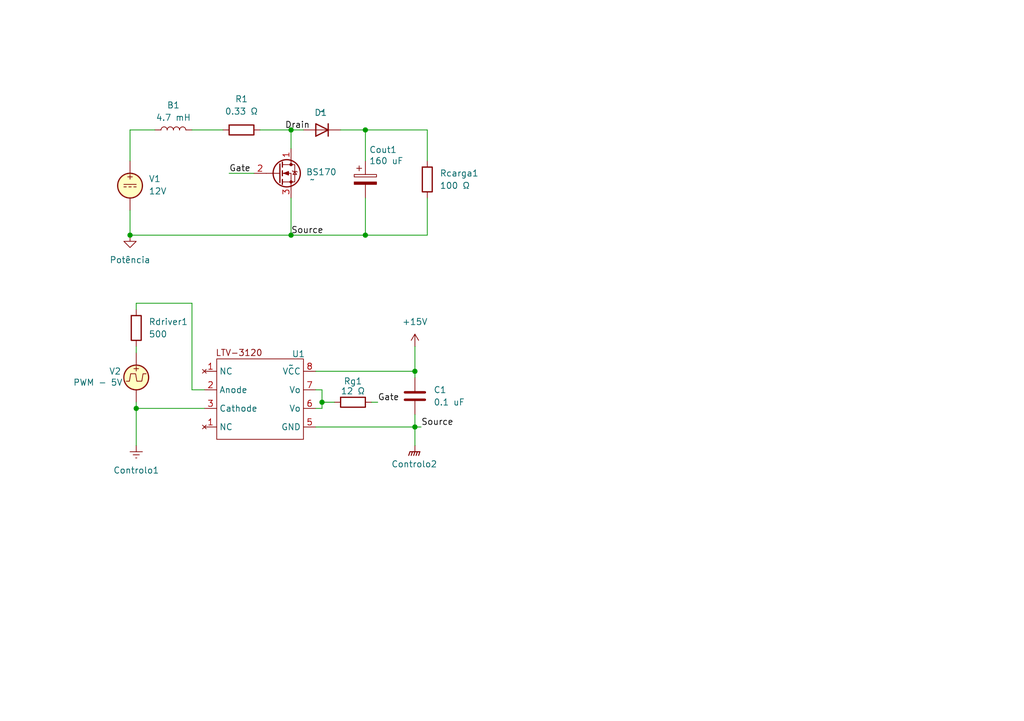
<source format=kicad_sch>
(kicad_sch
	(version 20250114)
	(generator "eeschema")
	(generator_version "9.0")
	(uuid "349af88b-a041-4cbe-a2d3-750dbaa7e97a")
	(paper "A5")
	(lib_symbols
		(symbol "Device:C"
			(pin_numbers
				(hide yes)
			)
			(pin_names
				(offset 0.254)
			)
			(exclude_from_sim no)
			(in_bom yes)
			(on_board yes)
			(property "Reference" "C"
				(at 0.635 2.54 0)
				(effects
					(font
						(size 1.27 1.27)
					)
					(justify left)
				)
			)
			(property "Value" "C"
				(at 0.635 -2.54 0)
				(effects
					(font
						(size 1.27 1.27)
					)
					(justify left)
				)
			)
			(property "Footprint" ""
				(at 0.9652 -3.81 0)
				(effects
					(font
						(size 1.27 1.27)
					)
					(hide yes)
				)
			)
			(property "Datasheet" "~"
				(at 0 0 0)
				(effects
					(font
						(size 1.27 1.27)
					)
					(hide yes)
				)
			)
			(property "Description" "Unpolarized capacitor"
				(at 0 0 0)
				(effects
					(font
						(size 1.27 1.27)
					)
					(hide yes)
				)
			)
			(property "ki_keywords" "cap capacitor"
				(at 0 0 0)
				(effects
					(font
						(size 1.27 1.27)
					)
					(hide yes)
				)
			)
			(property "ki_fp_filters" "C_*"
				(at 0 0 0)
				(effects
					(font
						(size 1.27 1.27)
					)
					(hide yes)
				)
			)
			(symbol "C_0_1"
				(polyline
					(pts
						(xy -2.032 0.762) (xy 2.032 0.762)
					)
					(stroke
						(width 0.508)
						(type default)
					)
					(fill
						(type none)
					)
				)
				(polyline
					(pts
						(xy -2.032 -0.762) (xy 2.032 -0.762)
					)
					(stroke
						(width 0.508)
						(type default)
					)
					(fill
						(type none)
					)
				)
			)
			(symbol "C_1_1"
				(pin passive line
					(at 0 3.81 270)
					(length 2.794)
					(name "~"
						(effects
							(font
								(size 1.27 1.27)
							)
						)
					)
					(number "1"
						(effects
							(font
								(size 1.27 1.27)
							)
						)
					)
				)
				(pin passive line
					(at 0 -3.81 90)
					(length 2.794)
					(name "~"
						(effects
							(font
								(size 1.27 1.27)
							)
						)
					)
					(number "2"
						(effects
							(font
								(size 1.27 1.27)
							)
						)
					)
				)
			)
			(embedded_fonts no)
		)
		(symbol "Device:C_Polarized"
			(pin_numbers
				(hide yes)
			)
			(pin_names
				(offset 0.254)
			)
			(exclude_from_sim no)
			(in_bom yes)
			(on_board yes)
			(property "Reference" "C"
				(at 0.635 2.54 0)
				(effects
					(font
						(size 1.27 1.27)
					)
					(justify left)
				)
			)
			(property "Value" "C_Polarized"
				(at 0.635 -2.54 0)
				(effects
					(font
						(size 1.27 1.27)
					)
					(justify left)
				)
			)
			(property "Footprint" ""
				(at 0.9652 -3.81 0)
				(effects
					(font
						(size 1.27 1.27)
					)
					(hide yes)
				)
			)
			(property "Datasheet" "~"
				(at 0 0 0)
				(effects
					(font
						(size 1.27 1.27)
					)
					(hide yes)
				)
			)
			(property "Description" "Polarized capacitor"
				(at 0 0 0)
				(effects
					(font
						(size 1.27 1.27)
					)
					(hide yes)
				)
			)
			(property "ki_keywords" "cap capacitor"
				(at 0 0 0)
				(effects
					(font
						(size 1.27 1.27)
					)
					(hide yes)
				)
			)
			(property "ki_fp_filters" "CP_*"
				(at 0 0 0)
				(effects
					(font
						(size 1.27 1.27)
					)
					(hide yes)
				)
			)
			(symbol "C_Polarized_0_1"
				(rectangle
					(start -2.286 0.508)
					(end 2.286 1.016)
					(stroke
						(width 0)
						(type default)
					)
					(fill
						(type none)
					)
				)
				(polyline
					(pts
						(xy -1.778 2.286) (xy -0.762 2.286)
					)
					(stroke
						(width 0)
						(type default)
					)
					(fill
						(type none)
					)
				)
				(polyline
					(pts
						(xy -1.27 2.794) (xy -1.27 1.778)
					)
					(stroke
						(width 0)
						(type default)
					)
					(fill
						(type none)
					)
				)
				(rectangle
					(start 2.286 -0.508)
					(end -2.286 -1.016)
					(stroke
						(width 0)
						(type default)
					)
					(fill
						(type outline)
					)
				)
			)
			(symbol "C_Polarized_1_1"
				(pin passive line
					(at 0 3.81 270)
					(length 2.794)
					(name "~"
						(effects
							(font
								(size 1.27 1.27)
							)
						)
					)
					(number "1"
						(effects
							(font
								(size 1.27 1.27)
							)
						)
					)
				)
				(pin passive line
					(at 0 -3.81 90)
					(length 2.794)
					(name "~"
						(effects
							(font
								(size 1.27 1.27)
							)
						)
					)
					(number "2"
						(effects
							(font
								(size 1.27 1.27)
							)
						)
					)
				)
			)
			(embedded_fonts no)
		)
		(symbol "Device:D"
			(pin_numbers
				(hide yes)
			)
			(pin_names
				(offset 1.016)
				(hide yes)
			)
			(exclude_from_sim no)
			(in_bom yes)
			(on_board yes)
			(property "Reference" "D"
				(at 0 2.54 0)
				(effects
					(font
						(size 1.27 1.27)
					)
				)
			)
			(property "Value" "D"
				(at 0 -2.54 0)
				(effects
					(font
						(size 1.27 1.27)
					)
				)
			)
			(property "Footprint" ""
				(at 0 0 0)
				(effects
					(font
						(size 1.27 1.27)
					)
					(hide yes)
				)
			)
			(property "Datasheet" "~"
				(at 0 0 0)
				(effects
					(font
						(size 1.27 1.27)
					)
					(hide yes)
				)
			)
			(property "Description" "Diode"
				(at 0 0 0)
				(effects
					(font
						(size 1.27 1.27)
					)
					(hide yes)
				)
			)
			(property "Sim.Device" "D"
				(at 0 0 0)
				(effects
					(font
						(size 1.27 1.27)
					)
					(hide yes)
				)
			)
			(property "Sim.Pins" "1=K 2=A"
				(at 0 0 0)
				(effects
					(font
						(size 1.27 1.27)
					)
					(hide yes)
				)
			)
			(property "ki_keywords" "diode"
				(at 0 0 0)
				(effects
					(font
						(size 1.27 1.27)
					)
					(hide yes)
				)
			)
			(property "ki_fp_filters" "TO-???* *_Diode_* *SingleDiode* D_*"
				(at 0 0 0)
				(effects
					(font
						(size 1.27 1.27)
					)
					(hide yes)
				)
			)
			(symbol "D_0_1"
				(polyline
					(pts
						(xy -1.27 1.27) (xy -1.27 -1.27)
					)
					(stroke
						(width 0.254)
						(type default)
					)
					(fill
						(type none)
					)
				)
				(polyline
					(pts
						(xy 1.27 1.27) (xy 1.27 -1.27) (xy -1.27 0) (xy 1.27 1.27)
					)
					(stroke
						(width 0.254)
						(type default)
					)
					(fill
						(type none)
					)
				)
				(polyline
					(pts
						(xy 1.27 0) (xy -1.27 0)
					)
					(stroke
						(width 0)
						(type default)
					)
					(fill
						(type none)
					)
				)
			)
			(symbol "D_1_1"
				(pin passive line
					(at -3.81 0 0)
					(length 2.54)
					(name "K"
						(effects
							(font
								(size 1.27 1.27)
							)
						)
					)
					(number "1"
						(effects
							(font
								(size 1.27 1.27)
							)
						)
					)
				)
				(pin passive line
					(at 3.81 0 180)
					(length 2.54)
					(name "A"
						(effects
							(font
								(size 1.27 1.27)
							)
						)
					)
					(number "2"
						(effects
							(font
								(size 1.27 1.27)
							)
						)
					)
				)
			)
			(embedded_fonts no)
		)
		(symbol "Device:L"
			(pin_numbers
				(hide yes)
			)
			(pin_names
				(offset 1.016)
				(hide yes)
			)
			(exclude_from_sim no)
			(in_bom yes)
			(on_board yes)
			(property "Reference" "L"
				(at -1.27 0 90)
				(effects
					(font
						(size 1.27 1.27)
					)
				)
			)
			(property "Value" "L"
				(at 1.905 0 90)
				(effects
					(font
						(size 1.27 1.27)
					)
				)
			)
			(property "Footprint" ""
				(at 0 0 0)
				(effects
					(font
						(size 1.27 1.27)
					)
					(hide yes)
				)
			)
			(property "Datasheet" "~"
				(at 0 0 0)
				(effects
					(font
						(size 1.27 1.27)
					)
					(hide yes)
				)
			)
			(property "Description" "Inductor"
				(at 0 0 0)
				(effects
					(font
						(size 1.27 1.27)
					)
					(hide yes)
				)
			)
			(property "ki_keywords" "inductor choke coil reactor magnetic"
				(at 0 0 0)
				(effects
					(font
						(size 1.27 1.27)
					)
					(hide yes)
				)
			)
			(property "ki_fp_filters" "Choke_* *Coil* Inductor_* L_*"
				(at 0 0 0)
				(effects
					(font
						(size 1.27 1.27)
					)
					(hide yes)
				)
			)
			(symbol "L_0_1"
				(arc
					(start 0 2.54)
					(mid 0.6323 1.905)
					(end 0 1.27)
					(stroke
						(width 0)
						(type default)
					)
					(fill
						(type none)
					)
				)
				(arc
					(start 0 1.27)
					(mid 0.6323 0.635)
					(end 0 0)
					(stroke
						(width 0)
						(type default)
					)
					(fill
						(type none)
					)
				)
				(arc
					(start 0 0)
					(mid 0.6323 -0.635)
					(end 0 -1.27)
					(stroke
						(width 0)
						(type default)
					)
					(fill
						(type none)
					)
				)
				(arc
					(start 0 -1.27)
					(mid 0.6323 -1.905)
					(end 0 -2.54)
					(stroke
						(width 0)
						(type default)
					)
					(fill
						(type none)
					)
				)
			)
			(symbol "L_1_1"
				(pin passive line
					(at 0 3.81 270)
					(length 1.27)
					(name "1"
						(effects
							(font
								(size 1.27 1.27)
							)
						)
					)
					(number "1"
						(effects
							(font
								(size 1.27 1.27)
							)
						)
					)
				)
				(pin passive line
					(at 0 -3.81 90)
					(length 1.27)
					(name "2"
						(effects
							(font
								(size 1.27 1.27)
							)
						)
					)
					(number "2"
						(effects
							(font
								(size 1.27 1.27)
							)
						)
					)
				)
			)
			(embedded_fonts no)
		)
		(symbol "Device:R"
			(pin_numbers
				(hide yes)
			)
			(pin_names
				(offset 0)
			)
			(exclude_from_sim no)
			(in_bom yes)
			(on_board yes)
			(property "Reference" "R"
				(at 2.032 0 90)
				(effects
					(font
						(size 1.27 1.27)
					)
				)
			)
			(property "Value" "R"
				(at 0 0 90)
				(effects
					(font
						(size 1.27 1.27)
					)
				)
			)
			(property "Footprint" ""
				(at -1.778 0 90)
				(effects
					(font
						(size 1.27 1.27)
					)
					(hide yes)
				)
			)
			(property "Datasheet" "~"
				(at 0 0 0)
				(effects
					(font
						(size 1.27 1.27)
					)
					(hide yes)
				)
			)
			(property "Description" "Resistor"
				(at 0 0 0)
				(effects
					(font
						(size 1.27 1.27)
					)
					(hide yes)
				)
			)
			(property "ki_keywords" "R res resistor"
				(at 0 0 0)
				(effects
					(font
						(size 1.27 1.27)
					)
					(hide yes)
				)
			)
			(property "ki_fp_filters" "R_*"
				(at 0 0 0)
				(effects
					(font
						(size 1.27 1.27)
					)
					(hide yes)
				)
			)
			(symbol "R_0_1"
				(rectangle
					(start -1.016 -2.54)
					(end 1.016 2.54)
					(stroke
						(width 0.254)
						(type default)
					)
					(fill
						(type none)
					)
				)
			)
			(symbol "R_1_1"
				(pin passive line
					(at 0 3.81 270)
					(length 1.27)
					(name "~"
						(effects
							(font
								(size 1.27 1.27)
							)
						)
					)
					(number "1"
						(effects
							(font
								(size 1.27 1.27)
							)
						)
					)
				)
				(pin passive line
					(at 0 -3.81 90)
					(length 1.27)
					(name "~"
						(effects
							(font
								(size 1.27 1.27)
							)
						)
					)
					(number "2"
						(effects
							(font
								(size 1.27 1.27)
							)
						)
					)
				)
			)
			(embedded_fonts no)
		)
		(symbol "Simulation_SPICE:VDC"
			(pin_numbers
				(hide yes)
			)
			(pin_names
				(offset 0.0254)
			)
			(exclude_from_sim no)
			(in_bom yes)
			(on_board yes)
			(property "Reference" "V"
				(at 2.54 2.54 0)
				(effects
					(font
						(size 1.27 1.27)
					)
					(justify left)
				)
			)
			(property "Value" "1"
				(at 2.54 0 0)
				(effects
					(font
						(size 1.27 1.27)
					)
					(justify left)
				)
			)
			(property "Footprint" ""
				(at 0 0 0)
				(effects
					(font
						(size 1.27 1.27)
					)
					(hide yes)
				)
			)
			(property "Datasheet" "https://ngspice.sourceforge.io/docs/ngspice-html-manual/manual.xhtml#sec_Independent_Sources_for"
				(at 0 0 0)
				(effects
					(font
						(size 1.27 1.27)
					)
					(hide yes)
				)
			)
			(property "Description" "Voltage source, DC"
				(at 0 0 0)
				(effects
					(font
						(size 1.27 1.27)
					)
					(hide yes)
				)
			)
			(property "Sim.Pins" "1=+ 2=-"
				(at 0 0 0)
				(effects
					(font
						(size 1.27 1.27)
					)
					(hide yes)
				)
			)
			(property "Sim.Type" "DC"
				(at 0 0 0)
				(effects
					(font
						(size 1.27 1.27)
					)
					(hide yes)
				)
			)
			(property "Sim.Device" "V"
				(at 0 0 0)
				(effects
					(font
						(size 1.27 1.27)
					)
					(justify left)
					(hide yes)
				)
			)
			(property "ki_keywords" "simulation"
				(at 0 0 0)
				(effects
					(font
						(size 1.27 1.27)
					)
					(hide yes)
				)
			)
			(symbol "VDC_0_0"
				(polyline
					(pts
						(xy -1.27 0.254) (xy 1.27 0.254)
					)
					(stroke
						(width 0)
						(type default)
					)
					(fill
						(type none)
					)
				)
				(polyline
					(pts
						(xy -0.762 -0.254) (xy -1.27 -0.254)
					)
					(stroke
						(width 0)
						(type default)
					)
					(fill
						(type none)
					)
				)
				(polyline
					(pts
						(xy 0.254 -0.254) (xy -0.254 -0.254)
					)
					(stroke
						(width 0)
						(type default)
					)
					(fill
						(type none)
					)
				)
				(polyline
					(pts
						(xy 1.27 -0.254) (xy 0.762 -0.254)
					)
					(stroke
						(width 0)
						(type default)
					)
					(fill
						(type none)
					)
				)
				(text "+"
					(at 0 1.905 0)
					(effects
						(font
							(size 1.27 1.27)
						)
					)
				)
			)
			(symbol "VDC_0_1"
				(circle
					(center 0 0)
					(radius 2.54)
					(stroke
						(width 0.254)
						(type default)
					)
					(fill
						(type background)
					)
				)
			)
			(symbol "VDC_1_1"
				(pin passive line
					(at 0 5.08 270)
					(length 2.54)
					(name "~"
						(effects
							(font
								(size 1.27 1.27)
							)
						)
					)
					(number "1"
						(effects
							(font
								(size 1.27 1.27)
							)
						)
					)
				)
				(pin passive line
					(at 0 -5.08 90)
					(length 2.54)
					(name "~"
						(effects
							(font
								(size 1.27 1.27)
							)
						)
					)
					(number "2"
						(effects
							(font
								(size 1.27 1.27)
							)
						)
					)
				)
			)
			(embedded_fonts no)
		)
		(symbol "Simulation_SPICE:VPULSE"
			(pin_numbers
				(hide yes)
			)
			(pin_names
				(offset 0.0254)
			)
			(exclude_from_sim no)
			(in_bom yes)
			(on_board yes)
			(property "Reference" "V"
				(at 2.54 2.54 0)
				(effects
					(font
						(size 1.27 1.27)
					)
					(justify left)
				)
			)
			(property "Value" "VPULSE"
				(at 2.54 0 0)
				(effects
					(font
						(size 1.27 1.27)
					)
					(justify left)
				)
			)
			(property "Footprint" ""
				(at 0 0 0)
				(effects
					(font
						(size 1.27 1.27)
					)
					(hide yes)
				)
			)
			(property "Datasheet" "https://ngspice.sourceforge.io/docs/ngspice-html-manual/manual.xhtml#sec_Independent_Sources_for"
				(at 0 0 0)
				(effects
					(font
						(size 1.27 1.27)
					)
					(hide yes)
				)
			)
			(property "Description" "Voltage source, pulse"
				(at 0 0 0)
				(effects
					(font
						(size 1.27 1.27)
					)
					(hide yes)
				)
			)
			(property "Sim.Pins" "1=+ 2=-"
				(at 0 0 0)
				(effects
					(font
						(size 1.27 1.27)
					)
					(hide yes)
				)
			)
			(property "Sim.Type" "PULSE"
				(at 0 0 0)
				(effects
					(font
						(size 1.27 1.27)
					)
					(hide yes)
				)
			)
			(property "Sim.Device" "V"
				(at 0 0 0)
				(effects
					(font
						(size 1.27 1.27)
					)
					(justify left)
					(hide yes)
				)
			)
			(property "Sim.Params" "y1=0 y2=1 td=2n tr=2n tf=2n tw=50n per=100n"
				(at 2.54 -2.54 0)
				(effects
					(font
						(size 1.27 1.27)
					)
					(justify left)
				)
			)
			(property "ki_keywords" "simulation"
				(at 0 0 0)
				(effects
					(font
						(size 1.27 1.27)
					)
					(hide yes)
				)
			)
			(symbol "VPULSE_0_0"
				(polyline
					(pts
						(xy -2.032 -0.762) (xy -1.397 -0.762) (xy -1.143 0.762) (xy -0.127 0.762) (xy 0.127 -0.762) (xy 1.143 -0.762)
						(xy 1.397 0.762) (xy 2.032 0.762)
					)
					(stroke
						(width 0)
						(type default)
					)
					(fill
						(type none)
					)
				)
				(text "+"
					(at 0 1.905 0)
					(effects
						(font
							(size 1.27 1.27)
						)
					)
				)
			)
			(symbol "VPULSE_0_1"
				(circle
					(center 0 0)
					(radius 2.54)
					(stroke
						(width 0.254)
						(type default)
					)
					(fill
						(type background)
					)
				)
			)
			(symbol "VPULSE_1_1"
				(pin passive line
					(at 0 5.08 270)
					(length 2.54)
					(name "~"
						(effects
							(font
								(size 1.27 1.27)
							)
						)
					)
					(number "1"
						(effects
							(font
								(size 1.27 1.27)
							)
						)
					)
				)
				(pin passive line
					(at 0 -5.08 90)
					(length 2.54)
					(name "~"
						(effects
							(font
								(size 1.27 1.27)
							)
						)
					)
					(number "2"
						(effects
							(font
								(size 1.27 1.27)
							)
						)
					)
				)
			)
			(embedded_fonts no)
		)
		(symbol "Transistor_FET:BS170"
			(pin_names
				(hide yes)
			)
			(exclude_from_sim no)
			(in_bom yes)
			(on_board yes)
			(property "Reference" "Q"
				(at 5.08 1.905 0)
				(effects
					(font
						(size 1.27 1.27)
					)
					(justify left)
				)
			)
			(property "Value" "BS170"
				(at 5.08 0 0)
				(effects
					(font
						(size 1.27 1.27)
					)
					(justify left)
				)
			)
			(property "Footprint" "Package_TO_SOT_THT:TO-92_Inline"
				(at 5.08 -1.905 0)
				(effects
					(font
						(size 1.27 1.27)
						(italic yes)
					)
					(justify left)
					(hide yes)
				)
			)
			(property "Datasheet" "https://www.onsemi.com/pub/Collateral/BS170-D.PDF"
				(at 5.08 -3.81 0)
				(effects
					(font
						(size 1.27 1.27)
					)
					(justify left)
					(hide yes)
				)
			)
			(property "Description" "0.5A Id, 60V Vds, N-Channel MOSFET, TO-92"
				(at 0 0 0)
				(effects
					(font
						(size 1.27 1.27)
					)
					(hide yes)
				)
			)
			(property "ki_keywords" "N-Channel MOSFET"
				(at 0 0 0)
				(effects
					(font
						(size 1.27 1.27)
					)
					(hide yes)
				)
			)
			(property "ki_fp_filters" "TO?92*"
				(at 0 0 0)
				(effects
					(font
						(size 1.27 1.27)
					)
					(hide yes)
				)
			)
			(symbol "BS170_0_1"
				(polyline
					(pts
						(xy 0.254 1.905) (xy 0.254 -1.905)
					)
					(stroke
						(width 0.254)
						(type default)
					)
					(fill
						(type none)
					)
				)
				(polyline
					(pts
						(xy 0.254 0) (xy -2.54 0)
					)
					(stroke
						(width 0)
						(type default)
					)
					(fill
						(type none)
					)
				)
				(polyline
					(pts
						(xy 0.762 2.286) (xy 0.762 1.27)
					)
					(stroke
						(width 0.254)
						(type default)
					)
					(fill
						(type none)
					)
				)
				(polyline
					(pts
						(xy 0.762 0.508) (xy 0.762 -0.508)
					)
					(stroke
						(width 0.254)
						(type default)
					)
					(fill
						(type none)
					)
				)
				(polyline
					(pts
						(xy 0.762 -1.27) (xy 0.762 -2.286)
					)
					(stroke
						(width 0.254)
						(type default)
					)
					(fill
						(type none)
					)
				)
				(polyline
					(pts
						(xy 0.762 -1.778) (xy 3.302 -1.778) (xy 3.302 1.778) (xy 0.762 1.778)
					)
					(stroke
						(width 0)
						(type default)
					)
					(fill
						(type none)
					)
				)
				(polyline
					(pts
						(xy 1.016 0) (xy 2.032 0.381) (xy 2.032 -0.381) (xy 1.016 0)
					)
					(stroke
						(width 0)
						(type default)
					)
					(fill
						(type outline)
					)
				)
				(circle
					(center 1.651 0)
					(radius 2.794)
					(stroke
						(width 0.254)
						(type default)
					)
					(fill
						(type none)
					)
				)
				(polyline
					(pts
						(xy 2.54 2.54) (xy 2.54 1.778)
					)
					(stroke
						(width 0)
						(type default)
					)
					(fill
						(type none)
					)
				)
				(circle
					(center 2.54 1.778)
					(radius 0.254)
					(stroke
						(width 0)
						(type default)
					)
					(fill
						(type outline)
					)
				)
				(circle
					(center 2.54 -1.778)
					(radius 0.254)
					(stroke
						(width 0)
						(type default)
					)
					(fill
						(type outline)
					)
				)
				(polyline
					(pts
						(xy 2.54 -2.54) (xy 2.54 0) (xy 0.762 0)
					)
					(stroke
						(width 0)
						(type default)
					)
					(fill
						(type none)
					)
				)
				(polyline
					(pts
						(xy 2.794 0.508) (xy 2.921 0.381) (xy 3.683 0.381) (xy 3.81 0.254)
					)
					(stroke
						(width 0)
						(type default)
					)
					(fill
						(type none)
					)
				)
				(polyline
					(pts
						(xy 3.302 0.381) (xy 2.921 -0.254) (xy 3.683 -0.254) (xy 3.302 0.381)
					)
					(stroke
						(width 0)
						(type default)
					)
					(fill
						(type none)
					)
				)
			)
			(symbol "BS170_1_1"
				(pin input line
					(at -5.08 0 0)
					(length 2.54)
					(name "G"
						(effects
							(font
								(size 1.27 1.27)
							)
						)
					)
					(number "2"
						(effects
							(font
								(size 1.27 1.27)
							)
						)
					)
				)
				(pin passive line
					(at 2.54 5.08 270)
					(length 2.54)
					(name "D"
						(effects
							(font
								(size 1.27 1.27)
							)
						)
					)
					(number "1"
						(effects
							(font
								(size 1.27 1.27)
							)
						)
					)
				)
				(pin passive line
					(at 2.54 -5.08 90)
					(length 2.54)
					(name "S"
						(effects
							(font
								(size 1.27 1.27)
							)
						)
					)
					(number "3"
						(effects
							(font
								(size 1.27 1.27)
							)
						)
					)
				)
			)
			(embedded_fonts no)
		)
		(symbol "minha_biblioteca:LTV-3120"
			(exclude_from_sim no)
			(in_bom yes)
			(on_board yes)
			(property "Reference" "U"
				(at 39.37 17.272 0)
				(effects
					(font
						(size 1.27 1.27)
					)
					(hide yes)
				)
			)
			(property "Value" ""
				(at 0 0 0)
				(effects
					(font
						(size 1.27 1.27)
					)
				)
			)
			(property "Footprint" ""
				(at 0 0 0)
				(effects
					(font
						(size 1.27 1.27)
					)
					(hide yes)
				)
			)
			(property "Datasheet" ""
				(at 0 0 0)
				(effects
					(font
						(size 1.27 1.27)
					)
					(hide yes)
				)
			)
			(property "Description" ""
				(at 0 0 0)
				(effects
					(font
						(size 1.27 1.27)
					)
					(hide yes)
				)
			)
			(symbol "LTV-3120_0_1"
				(rectangle
					(start -8.89 7.62)
					(end 8.89 -8.89)
					(stroke
						(width 0)
						(type default)
					)
					(fill
						(type none)
					)
				)
			)
			(symbol "LTV-3120_1_1"
				(text "LTV-3120\n"
					(at -4.318 8.89 0)
					(effects
						(font
							(size 1.27 1.27)
						)
					)
				)
				(pin no_connect line
					(at -11.43 5.08 0)
					(length 2.54)
					(name "NC"
						(effects
							(font
								(size 1.27 1.27)
							)
						)
					)
					(number "1"
						(effects
							(font
								(size 1.27 1.27)
							)
						)
					)
				)
				(pin passive line
					(at -11.43 1.27 0)
					(length 2.54)
					(name "Anode"
						(effects
							(font
								(size 1.27 1.27)
							)
						)
					)
					(number "2"
						(effects
							(font
								(size 1.27 1.27)
							)
						)
					)
				)
				(pin passive line
					(at -11.43 -2.54 0)
					(length 2.54)
					(name "Cathode"
						(effects
							(font
								(size 1.27 1.27)
							)
						)
					)
					(number "3"
						(effects
							(font
								(size 1.27 1.27)
							)
						)
					)
				)
				(pin no_connect line
					(at -11.43 -6.35 0)
					(length 2.54)
					(name "NC"
						(effects
							(font
								(size 1.27 1.27)
							)
						)
					)
					(number "1"
						(effects
							(font
								(size 1.27 1.27)
							)
						)
					)
				)
				(pin power_in line
					(at 11.43 5.08 180)
					(length 2.54)
					(name "VCC"
						(effects
							(font
								(size 1.27 1.27)
							)
						)
					)
					(number "8"
						(effects
							(font
								(size 1.27 1.27)
							)
						)
					)
				)
				(pin output line
					(at 11.43 1.27 180)
					(length 2.54)
					(name "Vo"
						(effects
							(font
								(size 1.27 1.27)
							)
						)
					)
					(number "7"
						(effects
							(font
								(size 1.27 1.27)
							)
						)
					)
				)
				(pin output line
					(at 11.43 -2.54 180)
					(length 2.54)
					(name "Vo"
						(effects
							(font
								(size 1.27 1.27)
							)
						)
					)
					(number "6"
						(effects
							(font
								(size 1.27 1.27)
							)
						)
					)
				)
				(pin power_in line
					(at 11.43 -6.35 180)
					(length 2.54)
					(name "GND"
						(effects
							(font
								(size 1.27 1.27)
							)
						)
					)
					(number "5"
						(effects
							(font
								(size 1.27 1.27)
							)
						)
					)
				)
			)
			(embedded_fonts no)
		)
		(symbol "power:+15V"
			(power)
			(pin_numbers
				(hide yes)
			)
			(pin_names
				(offset 0)
				(hide yes)
			)
			(exclude_from_sim no)
			(in_bom yes)
			(on_board yes)
			(property "Reference" "#PWR"
				(at 0 -3.81 0)
				(effects
					(font
						(size 1.27 1.27)
					)
					(hide yes)
				)
			)
			(property "Value" "+15V"
				(at 0 3.556 0)
				(effects
					(font
						(size 1.27 1.27)
					)
				)
			)
			(property "Footprint" ""
				(at 0 0 0)
				(effects
					(font
						(size 1.27 1.27)
					)
					(hide yes)
				)
			)
			(property "Datasheet" ""
				(at 0 0 0)
				(effects
					(font
						(size 1.27 1.27)
					)
					(hide yes)
				)
			)
			(property "Description" "Power symbol creates a global label with name \"+15V\""
				(at 0 0 0)
				(effects
					(font
						(size 1.27 1.27)
					)
					(hide yes)
				)
			)
			(property "ki_keywords" "global power"
				(at 0 0 0)
				(effects
					(font
						(size 1.27 1.27)
					)
					(hide yes)
				)
			)
			(symbol "+15V_0_1"
				(polyline
					(pts
						(xy -0.762 1.27) (xy 0 2.54)
					)
					(stroke
						(width 0)
						(type default)
					)
					(fill
						(type none)
					)
				)
				(polyline
					(pts
						(xy 0 2.54) (xy 0.762 1.27)
					)
					(stroke
						(width 0)
						(type default)
					)
					(fill
						(type none)
					)
				)
				(polyline
					(pts
						(xy 0 0) (xy 0 2.54)
					)
					(stroke
						(width 0)
						(type default)
					)
					(fill
						(type none)
					)
				)
			)
			(symbol "+15V_1_1"
				(pin power_in line
					(at 0 0 90)
					(length 0)
					(name "~"
						(effects
							(font
								(size 1.27 1.27)
							)
						)
					)
					(number "1"
						(effects
							(font
								(size 1.27 1.27)
							)
						)
					)
				)
			)
			(embedded_fonts no)
		)
		(symbol "power:Earth"
			(power)
			(pin_numbers
				(hide yes)
			)
			(pin_names
				(offset 0)
				(hide yes)
			)
			(exclude_from_sim no)
			(in_bom yes)
			(on_board yes)
			(property "Reference" "#PWR"
				(at 0 -6.35 0)
				(effects
					(font
						(size 1.27 1.27)
					)
					(hide yes)
				)
			)
			(property "Value" "Earth"
				(at 0 -3.81 0)
				(effects
					(font
						(size 1.27 1.27)
					)
				)
			)
			(property "Footprint" ""
				(at 0 0 0)
				(effects
					(font
						(size 1.27 1.27)
					)
					(hide yes)
				)
			)
			(property "Datasheet" "~"
				(at 0 0 0)
				(effects
					(font
						(size 1.27 1.27)
					)
					(hide yes)
				)
			)
			(property "Description" "Power symbol creates a global label with name \"Earth\""
				(at 0 0 0)
				(effects
					(font
						(size 1.27 1.27)
					)
					(hide yes)
				)
			)
			(property "ki_keywords" "global ground gnd"
				(at 0 0 0)
				(effects
					(font
						(size 1.27 1.27)
					)
					(hide yes)
				)
			)
			(symbol "Earth_0_1"
				(polyline
					(pts
						(xy -0.635 -1.905) (xy 0.635 -1.905)
					)
					(stroke
						(width 0)
						(type default)
					)
					(fill
						(type none)
					)
				)
				(polyline
					(pts
						(xy -0.127 -2.54) (xy 0.127 -2.54)
					)
					(stroke
						(width 0)
						(type default)
					)
					(fill
						(type none)
					)
				)
				(polyline
					(pts
						(xy 0 -1.27) (xy 0 0)
					)
					(stroke
						(width 0)
						(type default)
					)
					(fill
						(type none)
					)
				)
				(polyline
					(pts
						(xy 1.27 -1.27) (xy -1.27 -1.27)
					)
					(stroke
						(width 0)
						(type default)
					)
					(fill
						(type none)
					)
				)
			)
			(symbol "Earth_1_1"
				(pin power_in line
					(at 0 0 270)
					(length 0)
					(name "~"
						(effects
							(font
								(size 1.27 1.27)
							)
						)
					)
					(number "1"
						(effects
							(font
								(size 1.27 1.27)
							)
						)
					)
				)
			)
			(embedded_fonts no)
		)
		(symbol "power:GND"
			(power)
			(pin_numbers
				(hide yes)
			)
			(pin_names
				(offset 0)
				(hide yes)
			)
			(exclude_from_sim no)
			(in_bom yes)
			(on_board yes)
			(property "Reference" "#PWR"
				(at 0 -6.35 0)
				(effects
					(font
						(size 1.27 1.27)
					)
					(hide yes)
				)
			)
			(property "Value" "GND"
				(at 0 -3.81 0)
				(effects
					(font
						(size 1.27 1.27)
					)
				)
			)
			(property "Footprint" ""
				(at 0 0 0)
				(effects
					(font
						(size 1.27 1.27)
					)
					(hide yes)
				)
			)
			(property "Datasheet" ""
				(at 0 0 0)
				(effects
					(font
						(size 1.27 1.27)
					)
					(hide yes)
				)
			)
			(property "Description" "Power symbol creates a global label with name \"GND\" , ground"
				(at 0 0 0)
				(effects
					(font
						(size 1.27 1.27)
					)
					(hide yes)
				)
			)
			(property "ki_keywords" "global power"
				(at 0 0 0)
				(effects
					(font
						(size 1.27 1.27)
					)
					(hide yes)
				)
			)
			(symbol "GND_0_1"
				(polyline
					(pts
						(xy 0 0) (xy 0 -1.27) (xy 1.27 -1.27) (xy 0 -2.54) (xy -1.27 -1.27) (xy 0 -1.27)
					)
					(stroke
						(width 0)
						(type default)
					)
					(fill
						(type none)
					)
				)
			)
			(symbol "GND_1_1"
				(pin power_in line
					(at 0 0 270)
					(length 0)
					(name "~"
						(effects
							(font
								(size 1.27 1.27)
							)
						)
					)
					(number "1"
						(effects
							(font
								(size 1.27 1.27)
							)
						)
					)
				)
			)
			(embedded_fonts no)
		)
		(symbol "power:GNDPWR"
			(power)
			(pin_numbers
				(hide yes)
			)
			(pin_names
				(offset 0)
				(hide yes)
			)
			(exclude_from_sim no)
			(in_bom yes)
			(on_board yes)
			(property "Reference" "#PWR"
				(at 0 -5.08 0)
				(effects
					(font
						(size 1.27 1.27)
					)
					(hide yes)
				)
			)
			(property "Value" "GNDPWR"
				(at 0 -3.302 0)
				(effects
					(font
						(size 1.27 1.27)
					)
				)
			)
			(property "Footprint" ""
				(at 0 -1.27 0)
				(effects
					(font
						(size 1.27 1.27)
					)
					(hide yes)
				)
			)
			(property "Datasheet" ""
				(at 0 -1.27 0)
				(effects
					(font
						(size 1.27 1.27)
					)
					(hide yes)
				)
			)
			(property "Description" "Power symbol creates a global label with name \"GNDPWR\" , global ground"
				(at 0 0 0)
				(effects
					(font
						(size 1.27 1.27)
					)
					(hide yes)
				)
			)
			(property "ki_keywords" "global ground"
				(at 0 0 0)
				(effects
					(font
						(size 1.27 1.27)
					)
					(hide yes)
				)
			)
			(symbol "GNDPWR_0_1"
				(polyline
					(pts
						(xy -1.016 -1.27) (xy -1.27 -2.032) (xy -1.27 -2.032)
					)
					(stroke
						(width 0.2032)
						(type default)
					)
					(fill
						(type none)
					)
				)
				(polyline
					(pts
						(xy -0.508 -1.27) (xy -0.762 -2.032) (xy -0.762 -2.032)
					)
					(stroke
						(width 0.2032)
						(type default)
					)
					(fill
						(type none)
					)
				)
				(polyline
					(pts
						(xy 0 -1.27) (xy 0 0)
					)
					(stroke
						(width 0)
						(type default)
					)
					(fill
						(type none)
					)
				)
				(polyline
					(pts
						(xy 0 -1.27) (xy -0.254 -2.032) (xy -0.254 -2.032)
					)
					(stroke
						(width 0.2032)
						(type default)
					)
					(fill
						(type none)
					)
				)
				(polyline
					(pts
						(xy 0.508 -1.27) (xy 0.254 -2.032) (xy 0.254 -2.032)
					)
					(stroke
						(width 0.2032)
						(type default)
					)
					(fill
						(type none)
					)
				)
				(polyline
					(pts
						(xy 1.016 -1.27) (xy -1.016 -1.27) (xy -1.016 -1.27)
					)
					(stroke
						(width 0.2032)
						(type default)
					)
					(fill
						(type none)
					)
				)
				(polyline
					(pts
						(xy 1.016 -1.27) (xy 0.762 -2.032) (xy 0.762 -2.032) (xy 0.762 -2.032)
					)
					(stroke
						(width 0.2032)
						(type default)
					)
					(fill
						(type none)
					)
				)
			)
			(symbol "GNDPWR_1_1"
				(pin power_in line
					(at 0 0 270)
					(length 0)
					(name "~"
						(effects
							(font
								(size 1.27 1.27)
							)
						)
					)
					(number "1"
						(effects
							(font
								(size 1.27 1.27)
							)
						)
					)
				)
			)
			(embedded_fonts no)
		)
	)
	(junction
		(at 59.69 26.67)
		(diameter 0)
		(color 0 0 0 0)
		(uuid "564d32bd-7d10-44e6-a212-b0138a9568e1")
	)
	(junction
		(at 59.69 48.26)
		(diameter 0)
		(color 0 0 0 0)
		(uuid "5b539fd9-4328-4cb7-a520-a33f3306a690")
	)
	(junction
		(at 74.93 26.67)
		(diameter 0)
		(color 0 0 0 0)
		(uuid "627b5a26-20f8-4e78-930d-796f66504fe4")
	)
	(junction
		(at 85.09 76.2)
		(diameter 0)
		(color 0 0 0 0)
		(uuid "81f1e5bf-e297-44af-a8a3-fb970195201d")
	)
	(junction
		(at 66.04 82.55)
		(diameter 0)
		(color 0 0 0 0)
		(uuid "a61d7b98-9195-4848-bab8-a738d26891c9")
	)
	(junction
		(at 74.93 48.26)
		(diameter 0)
		(color 0 0 0 0)
		(uuid "b8f7976d-c350-4cfb-87de-3b82934da315")
	)
	(junction
		(at 27.94 83.82)
		(diameter 0)
		(color 0 0 0 0)
		(uuid "d7a8d94d-ec4a-4e9a-ad58-00d5df981ed4")
	)
	(junction
		(at 26.67 48.26)
		(diameter 0)
		(color 0 0 0 0)
		(uuid "f4e5a122-3a10-4719-a728-218e488ebc96")
	)
	(junction
		(at 85.09 87.63)
		(diameter 0)
		(color 0 0 0 0)
		(uuid "f8cbcac7-b443-4b52-8261-21073ecab505")
	)
	(wire
		(pts
			(xy 26.67 43.18) (xy 26.67 48.26)
		)
		(stroke
			(width 0)
			(type default)
		)
		(uuid "0209c814-523e-44df-a0aa-89bc5157363d")
	)
	(wire
		(pts
			(xy 66.04 82.55) (xy 68.58 82.55)
		)
		(stroke
			(width 0)
			(type default)
		)
		(uuid "096e60fa-5b8f-48fa-adef-9222779d3375")
	)
	(wire
		(pts
			(xy 74.93 26.67) (xy 87.63 26.67)
		)
		(stroke
			(width 0)
			(type default)
		)
		(uuid "0e03a83d-c918-40e4-b2a5-149413ad2ab5")
	)
	(wire
		(pts
			(xy 27.94 63.5) (xy 27.94 62.23)
		)
		(stroke
			(width 0)
			(type default)
		)
		(uuid "14c7b09f-47e9-4921-a2d9-81b1f46d5893")
	)
	(wire
		(pts
			(xy 27.94 71.12) (xy 27.94 72.39)
		)
		(stroke
			(width 0)
			(type default)
		)
		(uuid "458ad881-afbf-45d1-bddd-3978164230f0")
	)
	(wire
		(pts
			(xy 87.63 48.26) (xy 74.93 48.26)
		)
		(stroke
			(width 0)
			(type default)
		)
		(uuid "47cf2bf9-8de1-4834-b4e5-fea553ee5897")
	)
	(wire
		(pts
			(xy 59.69 40.64) (xy 59.69 48.26)
		)
		(stroke
			(width 0)
			(type default)
		)
		(uuid "49c0f617-b0a1-4665-b14c-45406447ea79")
	)
	(wire
		(pts
			(xy 74.93 26.67) (xy 74.93 33.02)
		)
		(stroke
			(width 0)
			(type default)
		)
		(uuid "5d093c35-15f6-49c7-8358-693fb9c82d72")
	)
	(wire
		(pts
			(xy 26.67 26.67) (xy 26.67 33.02)
		)
		(stroke
			(width 0)
			(type default)
		)
		(uuid "605a1b5c-ccb1-4d09-a345-fea416e9014f")
	)
	(wire
		(pts
			(xy 74.93 40.64) (xy 74.93 48.26)
		)
		(stroke
			(width 0)
			(type default)
		)
		(uuid "634b6e6e-a7b4-49f9-8950-2251242de80e")
	)
	(wire
		(pts
			(xy 64.77 87.63) (xy 85.09 87.63)
		)
		(stroke
			(width 0)
			(type default)
		)
		(uuid "6990ee47-6b52-422b-a28a-417bb1a25b4c")
	)
	(wire
		(pts
			(xy 59.69 26.67) (xy 62.23 26.67)
		)
		(stroke
			(width 0)
			(type default)
		)
		(uuid "6aceafd8-c00d-4af0-9497-d52c0cce1e9a")
	)
	(wire
		(pts
			(xy 39.37 26.67) (xy 45.72 26.67)
		)
		(stroke
			(width 0)
			(type default)
		)
		(uuid "7c9cd137-561c-454c-ba2e-8cf86121f0d7")
	)
	(wire
		(pts
			(xy 53.34 26.67) (xy 59.69 26.67)
		)
		(stroke
			(width 0)
			(type default)
		)
		(uuid "7e833afe-ee97-4f3a-8fcb-d030618a9af3")
	)
	(wire
		(pts
			(xy 66.04 80.01) (xy 66.04 82.55)
		)
		(stroke
			(width 0)
			(type default)
		)
		(uuid "847f5616-b77c-4c26-be57-3df2a9ab417d")
	)
	(wire
		(pts
			(xy 69.85 26.67) (xy 74.93 26.67)
		)
		(stroke
			(width 0)
			(type default)
		)
		(uuid "96f9022d-e507-48d9-8924-5d5553ea46c7")
	)
	(wire
		(pts
			(xy 27.94 83.82) (xy 27.94 82.55)
		)
		(stroke
			(width 0)
			(type default)
		)
		(uuid "9ad4543b-47e8-4328-8c00-8a3812b5b828")
	)
	(wire
		(pts
			(xy 26.67 26.67) (xy 31.75 26.67)
		)
		(stroke
			(width 0)
			(type default)
		)
		(uuid "9c631979-4545-4b1f-ac81-ee3c9791092f")
	)
	(wire
		(pts
			(xy 74.93 48.26) (xy 59.69 48.26)
		)
		(stroke
			(width 0)
			(type default)
		)
		(uuid "a4e7eeb2-12ff-463e-9818-832beae390d6")
	)
	(wire
		(pts
			(xy 59.69 26.67) (xy 59.69 30.48)
		)
		(stroke
			(width 0)
			(type default)
		)
		(uuid "aef30d1b-0e3b-45f4-996c-33afe584c51b")
	)
	(wire
		(pts
			(xy 76.2 82.55) (xy 77.47 82.55)
		)
		(stroke
			(width 0)
			(type default)
		)
		(uuid "b01f0c00-93b1-4d23-85b9-9f4fee1e2836")
	)
	(wire
		(pts
			(xy 59.69 48.26) (xy 26.67 48.26)
		)
		(stroke
			(width 0)
			(type default)
		)
		(uuid "b52889f9-ad15-4003-952c-5d1bd2df7e56")
	)
	(wire
		(pts
			(xy 64.77 76.2) (xy 85.09 76.2)
		)
		(stroke
			(width 0)
			(type default)
		)
		(uuid "bb14b04a-9a41-4ec9-92a3-c286a48a249f")
	)
	(wire
		(pts
			(xy 27.94 83.82) (xy 41.91 83.82)
		)
		(stroke
			(width 0)
			(type default)
		)
		(uuid "bc3ae1b4-1e8c-484a-9e79-103ae0227837")
	)
	(wire
		(pts
			(xy 66.04 82.55) (xy 66.04 83.82)
		)
		(stroke
			(width 0)
			(type default)
		)
		(uuid "c33742c1-3b25-48b4-b401-9b3280d7fbb7")
	)
	(wire
		(pts
			(xy 85.09 87.63) (xy 85.09 91.44)
		)
		(stroke
			(width 0)
			(type default)
		)
		(uuid "c92d4557-4790-41bd-8725-0712b7132ec3")
	)
	(wire
		(pts
			(xy 87.63 33.02) (xy 87.63 26.67)
		)
		(stroke
			(width 0)
			(type default)
		)
		(uuid "d5ac0c12-e10d-48f3-b4f6-813aa385985f")
	)
	(wire
		(pts
			(xy 87.63 40.64) (xy 87.63 48.26)
		)
		(stroke
			(width 0)
			(type default)
		)
		(uuid "dc9ab716-45ab-45d7-8483-e1160016d7ec")
	)
	(wire
		(pts
			(xy 39.37 62.23) (xy 39.37 80.01)
		)
		(stroke
			(width 0)
			(type default)
		)
		(uuid "de935b30-5390-45be-83f0-588f21856765")
	)
	(wire
		(pts
			(xy 27.94 83.82) (xy 27.94 91.44)
		)
		(stroke
			(width 0)
			(type default)
		)
		(uuid "e3b66bdd-53af-40e0-8b85-25b760aba1f5")
	)
	(wire
		(pts
			(xy 39.37 80.01) (xy 41.91 80.01)
		)
		(stroke
			(width 0)
			(type default)
		)
		(uuid "e77dbcc7-6998-4bdd-a1c9-8420e5349b76")
	)
	(wire
		(pts
			(xy 46.99 35.56) (xy 52.07 35.56)
		)
		(stroke
			(width 0)
			(type default)
		)
		(uuid "eff0a078-38d3-4988-b49a-b366893c44c1")
	)
	(wire
		(pts
			(xy 27.94 62.23) (xy 39.37 62.23)
		)
		(stroke
			(width 0)
			(type default)
		)
		(uuid "f17c46cf-4882-4820-b48f-5382f5da8014")
	)
	(wire
		(pts
			(xy 64.77 83.82) (xy 66.04 83.82)
		)
		(stroke
			(width 0)
			(type default)
		)
		(uuid "f3674e90-b141-4750-8175-4df84a85ec25")
	)
	(wire
		(pts
			(xy 66.04 80.01) (xy 64.77 80.01)
		)
		(stroke
			(width 0)
			(type default)
		)
		(uuid "f8eefe5f-39e0-4f39-92bb-f6540f49cd0f")
	)
	(wire
		(pts
			(xy 85.09 71.12) (xy 85.09 76.2)
		)
		(stroke
			(width 0)
			(type default)
		)
		(uuid "fab87054-63dd-422e-9508-ca5082557952")
	)
	(wire
		(pts
			(xy 86.36 87.63) (xy 85.09 87.63)
		)
		(stroke
			(width 0)
			(type default)
		)
		(uuid "fd0befb3-ba3e-4116-b167-0499f2a1647b")
	)
	(wire
		(pts
			(xy 85.09 85.09) (xy 85.09 87.63)
		)
		(stroke
			(width 0)
			(type default)
		)
		(uuid "fd135158-2a70-4634-9748-68f358593ea8")
	)
	(wire
		(pts
			(xy 85.09 76.2) (xy 85.09 77.47)
		)
		(stroke
			(width 0)
			(type default)
		)
		(uuid "ff5e809f-131f-4706-b26c-7614aad82f0f")
	)
	(label "Source"
		(at 86.36 87.63 0)
		(effects
			(font
				(size 1.27 1.27)
			)
			(justify left bottom)
		)
		(uuid "413b675b-e518-47a2-8bfe-9f3b2fef1400")
	)
	(label "Gate"
		(at 77.47 82.55 0)
		(effects
			(font
				(size 1.27 1.27)
			)
			(justify left bottom)
		)
		(uuid "8d207851-2eac-4e58-bcbf-9919e62aa0ab")
	)
	(label "Drain"
		(at 58.42 26.67 0)
		(effects
			(font
				(size 1.27 1.27)
			)
			(justify left bottom)
		)
		(uuid "a9a7b183-f0df-4379-9a80-5b09400275cc")
	)
	(label "Source"
		(at 59.69 48.26 0)
		(effects
			(font
				(size 1.27 1.27)
			)
			(justify left bottom)
		)
		(uuid "b75c55ff-df73-47e9-a54f-7508952004a4")
	)
	(label "Gate"
		(at 46.99 35.56 0)
		(effects
			(font
				(size 1.27 1.27)
			)
			(justify left bottom)
		)
		(uuid "be312207-6a22-4507-b939-45d5fe2fa48d")
	)
	(symbol
		(lib_id "power:GND")
		(at 26.67 48.26 0)
		(unit 1)
		(exclude_from_sim no)
		(in_bom yes)
		(on_board yes)
		(dnp no)
		(fields_autoplaced yes)
		(uuid "2d7b160e-e5fa-4eba-a6ef-7955972951a2")
		(property "Reference" "#PWR03"
			(at 26.67 54.61 0)
			(effects
				(font
					(size 1.27 1.27)
				)
				(hide yes)
			)
		)
		(property "Value" "Potência"
			(at 26.67 53.34 0)
			(effects
				(font
					(size 1.27 1.27)
				)
			)
		)
		(property "Footprint" ""
			(at 26.67 48.26 0)
			(effects
				(font
					(size 1.27 1.27)
				)
				(hide yes)
			)
		)
		(property "Datasheet" ""
			(at 26.67 48.26 0)
			(effects
				(font
					(size 1.27 1.27)
				)
				(hide yes)
			)
		)
		(property "Description" "Power symbol creates a global label with name \"GND\" , ground"
			(at 26.67 48.26 0)
			(effects
				(font
					(size 1.27 1.27)
				)
				(hide yes)
			)
		)
		(pin "1"
			(uuid "b379e9b4-0a29-4671-976a-8cafd1ded02f")
		)
		(instances
			(project ""
				(path "/349af88b-a041-4cbe-a2d3-750dbaa7e97a"
					(reference "#PWR03")
					(unit 1)
				)
			)
		)
	)
	(symbol
		(lib_id "Device:R")
		(at 27.94 67.31 180)
		(unit 1)
		(exclude_from_sim no)
		(in_bom yes)
		(on_board yes)
		(dnp no)
		(fields_autoplaced yes)
		(uuid "3b0cdd71-ba50-488a-9c5a-f7ac1ff76604")
		(property "Reference" "Rdriver1"
			(at 30.48 66.0399 0)
			(effects
				(font
					(size 1.27 1.27)
				)
				(justify right)
			)
		)
		(property "Value" "500"
			(at 30.48 68.5799 0)
			(effects
				(font
					(size 1.27 1.27)
				)
				(justify right)
			)
		)
		(property "Footprint" ""
			(at 29.718 67.31 90)
			(effects
				(font
					(size 1.27 1.27)
				)
				(hide yes)
			)
		)
		(property "Datasheet" "~"
			(at 27.94 67.31 0)
			(effects
				(font
					(size 1.27 1.27)
				)
				(hide yes)
			)
		)
		(property "Description" "Resistor"
			(at 27.94 67.31 0)
			(effects
				(font
					(size 1.27 1.27)
				)
				(hide yes)
			)
		)
		(pin "1"
			(uuid "65b26414-60f4-4334-be66-b6269118dea6")
		)
		(pin "2"
			(uuid "a1af8be7-1115-47e4-aa6e-b3aeb1b63c92")
		)
		(instances
			(project "teste"
				(path "/349af88b-a041-4cbe-a2d3-750dbaa7e97a"
					(reference "Rdriver1")
					(unit 1)
				)
			)
		)
	)
	(symbol
		(lib_id "Device:C")
		(at 85.09 81.28 0)
		(unit 1)
		(exclude_from_sim no)
		(in_bom yes)
		(on_board yes)
		(dnp no)
		(fields_autoplaced yes)
		(uuid "3dd81db5-b5cd-4aa1-863e-be0581b0d544")
		(property "Reference" "C1"
			(at 88.9 80.0099 0)
			(effects
				(font
					(size 1.27 1.27)
				)
				(justify left)
			)
		)
		(property "Value" "0.1 uF"
			(at 88.9 82.5499 0)
			(effects
				(font
					(size 1.27 1.27)
				)
				(justify left)
			)
		)
		(property "Footprint" ""
			(at 86.0552 85.09 0)
			(effects
				(font
					(size 1.27 1.27)
				)
				(hide yes)
			)
		)
		(property "Datasheet" "~"
			(at 85.09 81.28 0)
			(effects
				(font
					(size 1.27 1.27)
				)
				(hide yes)
			)
		)
		(property "Description" "Unpolarized capacitor"
			(at 85.09 81.28 0)
			(effects
				(font
					(size 1.27 1.27)
				)
				(hide yes)
			)
		)
		(pin "1"
			(uuid "2c8aeecb-874c-4e06-ba2a-897563b26068")
		)
		(pin "2"
			(uuid "b0bc52d7-e709-4bb8-8fc3-4bcd233dcb0d")
		)
		(instances
			(project ""
				(path "/349af88b-a041-4cbe-a2d3-750dbaa7e97a"
					(reference "C1")
					(unit 1)
				)
			)
		)
	)
	(symbol
		(lib_id "Simulation_SPICE:VPULSE")
		(at 27.94 77.47 0)
		(unit 1)
		(exclude_from_sim no)
		(in_bom yes)
		(on_board yes)
		(dnp no)
		(uuid "41a2b2be-c69c-43a4-ac80-0651be215a1d")
		(property "Reference" "V2"
			(at 22.352 76.2 0)
			(effects
				(font
					(size 1.27 1.27)
				)
				(justify left)
			)
		)
		(property "Value" "PWM - 5V"
			(at 14.986 78.486 0)
			(effects
				(font
					(size 1.27 1.27)
				)
				(justify left)
			)
		)
		(property "Footprint" ""
			(at 27.94 77.47 0)
			(effects
				(font
					(size 1.27 1.27)
				)
				(hide yes)
			)
		)
		(property "Datasheet" "https://ngspice.sourceforge.io/docs/ngspice-html-manual/manual.xhtml#sec_Independent_Sources_for"
			(at 27.94 77.47 0)
			(effects
				(font
					(size 1.27 1.27)
				)
				(hide yes)
			)
		)
		(property "Description" "Voltage source, pulse"
			(at 27.94 77.47 0)
			(effects
				(font
					(size 1.27 1.27)
				)
				(hide yes)
			)
		)
		(property "Sim.Pins" "1=+ 2=-"
			(at 27.94 77.47 0)
			(effects
				(font
					(size 1.27 1.27)
				)
				(hide yes)
			)
		)
		(property "Sim.Type" "PULSE"
			(at 27.94 77.47 0)
			(effects
				(font
					(size 1.27 1.27)
				)
				(hide yes)
			)
		)
		(property "Sim.Device" "V"
			(at 27.94 77.47 0)
			(effects
				(font
					(size 1.27 1.27)
				)
				(justify left)
				(hide yes)
			)
		)
		(property "Sim.Params" "y1=0 y2=1 td=2n tr=2n tf=2n tw=50n per=100n"
			(at 31.75 79.8801 0)
			(effects
				(font
					(size 1.27 1.27)
				)
				(justify left)
				(hide yes)
			)
		)
		(pin "2"
			(uuid "fbd67583-d4d5-485e-b095-3de3870b49ab")
		)
		(pin "1"
			(uuid "831fb1c5-fb00-4ee9-a302-f8c8efdeba0f")
		)
		(instances
			(project ""
				(path "/349af88b-a041-4cbe-a2d3-750dbaa7e97a"
					(reference "V2")
					(unit 1)
				)
			)
		)
	)
	(symbol
		(lib_id "power:GNDPWR")
		(at 85.09 91.44 0)
		(unit 1)
		(exclude_from_sim no)
		(in_bom yes)
		(on_board yes)
		(dnp no)
		(fields_autoplaced yes)
		(uuid "4229511f-8c57-4abf-918f-c43ffba75d4d")
		(property "Reference" "#PWR01"
			(at 85.09 96.52 0)
			(effects
				(font
					(size 1.27 1.27)
				)
				(hide yes)
			)
		)
		(property "Value" "Controlo2"
			(at 84.963 95.25 0)
			(effects
				(font
					(size 1.27 1.27)
				)
			)
		)
		(property "Footprint" ""
			(at 85.09 92.71 0)
			(effects
				(font
					(size 1.27 1.27)
				)
				(hide yes)
			)
		)
		(property "Datasheet" ""
			(at 85.09 92.71 0)
			(effects
				(font
					(size 1.27 1.27)
				)
				(hide yes)
			)
		)
		(property "Description" "Power symbol creates a global label with name \"GNDPWR\" , global ground"
			(at 85.09 91.44 0)
			(effects
				(font
					(size 1.27 1.27)
				)
				(hide yes)
			)
		)
		(pin "1"
			(uuid "693f49a3-b769-43a6-8b3a-44ece3295d5e")
		)
		(instances
			(project ""
				(path "/349af88b-a041-4cbe-a2d3-750dbaa7e97a"
					(reference "#PWR01")
					(unit 1)
				)
			)
		)
	)
	(symbol
		(lib_id "power:+15V")
		(at 85.09 71.12 0)
		(unit 1)
		(exclude_from_sim no)
		(in_bom yes)
		(on_board yes)
		(dnp no)
		(fields_autoplaced yes)
		(uuid "4289be75-c7f4-4011-b420-be7a42d46692")
		(property "Reference" "#PWR04"
			(at 85.09 74.93 0)
			(effects
				(font
					(size 1.27 1.27)
				)
				(hide yes)
			)
		)
		(property "Value" "+15V"
			(at 85.09 66.04 0)
			(effects
				(font
					(size 1.27 1.27)
				)
			)
		)
		(property "Footprint" ""
			(at 85.09 71.12 0)
			(effects
				(font
					(size 1.27 1.27)
				)
				(hide yes)
			)
		)
		(property "Datasheet" ""
			(at 85.09 71.12 0)
			(effects
				(font
					(size 1.27 1.27)
				)
				(hide yes)
			)
		)
		(property "Description" "Power symbol creates a global label with name \"+15V\""
			(at 85.09 71.12 0)
			(effects
				(font
					(size 1.27 1.27)
				)
				(hide yes)
			)
		)
		(pin "1"
			(uuid "0a8e455a-d2db-43f4-a0b9-87bce6dccea5")
		)
		(instances
			(project ""
				(path "/349af88b-a041-4cbe-a2d3-750dbaa7e97a"
					(reference "#PWR04")
					(unit 1)
				)
			)
		)
	)
	(symbol
		(lib_id "Device:R")
		(at 72.39 82.55 90)
		(unit 1)
		(exclude_from_sim no)
		(in_bom yes)
		(on_board yes)
		(dnp no)
		(uuid "4c4fa483-4690-4dfd-8a19-7fd48b60a20e")
		(property "Reference" "Rg1"
			(at 72.39 78.232 90)
			(effects
				(font
					(size 1.27 1.27)
				)
			)
		)
		(property "Value" "12 Ω"
			(at 72.39 80.264 90)
			(effects
				(font
					(size 1.27 1.27)
				)
			)
		)
		(property "Footprint" ""
			(at 72.39 84.328 90)
			(effects
				(font
					(size 1.27 1.27)
				)
				(hide yes)
			)
		)
		(property "Datasheet" "~"
			(at 72.39 82.55 0)
			(effects
				(font
					(size 1.27 1.27)
				)
				(hide yes)
			)
		)
		(property "Description" "Resistor"
			(at 72.39 82.55 0)
			(effects
				(font
					(size 1.27 1.27)
				)
				(hide yes)
			)
		)
		(pin "2"
			(uuid "0a29705f-9657-43b6-8bf2-63305104858f")
		)
		(pin "1"
			(uuid "4988b46f-44aa-4643-a266-bd081e252beb")
		)
		(instances
			(project ""
				(path "/349af88b-a041-4cbe-a2d3-750dbaa7e97a"
					(reference "Rg1")
					(unit 1)
				)
			)
		)
	)
	(symbol
		(lib_id "Transistor_FET:BS170")
		(at 57.15 35.56 0)
		(unit 1)
		(exclude_from_sim no)
		(in_bom yes)
		(on_board yes)
		(dnp no)
		(uuid "5212f273-0cf0-46e4-b9f1-e84f7b9222e7")
		(property "Reference" "BS170"
			(at 62.738 35.306 0)
			(effects
				(font
					(size 1.27 1.27)
				)
				(justify left)
			)
		)
		(property "Value" "~"
			(at 63.5 36.8299 0)
			(effects
				(font
					(size 1.27 1.27)
				)
				(justify left)
			)
		)
		(property "Footprint" "Package_TO_SOT_THT:TO-92_Inline"
			(at 62.23 37.465 0)
			(effects
				(font
					(size 1.27 1.27)
					(italic yes)
				)
				(justify left)
				(hide yes)
			)
		)
		(property "Datasheet" "https://www.onsemi.com/pub/Collateral/BS170-D.PDF"
			(at 62.23 39.37 0)
			(effects
				(font
					(size 1.27 1.27)
				)
				(justify left)
				(hide yes)
			)
		)
		(property "Description" "0.5A Id, 60V Vds, N-Channel MOSFET, TO-92"
			(at 57.15 35.56 0)
			(effects
				(font
					(size 1.27 1.27)
				)
				(hide yes)
			)
		)
		(pin "3"
			(uuid "f9cabd61-7cdb-4d9b-a6a2-95ac9ce4e412")
		)
		(pin "2"
			(uuid "5f78d7d0-34c6-4f24-bed3-d252671b1006")
		)
		(pin "1"
			(uuid "0e2bc956-a56d-40b6-a3bf-88d3862ac626")
		)
		(instances
			(project ""
				(path "/349af88b-a041-4cbe-a2d3-750dbaa7e97a"
					(reference "BS170")
					(unit 1)
				)
			)
		)
	)
	(symbol
		(lib_id "power:Earth")
		(at 27.94 91.44 0)
		(unit 1)
		(exclude_from_sim no)
		(in_bom yes)
		(on_board yes)
		(dnp no)
		(fields_autoplaced yes)
		(uuid "5c458ae2-14a7-44eb-893b-be965bd3ebe0")
		(property "Reference" "#PWR02"
			(at 27.94 97.79 0)
			(effects
				(font
					(size 1.27 1.27)
				)
				(hide yes)
			)
		)
		(property "Value" "Controlo1"
			(at 27.94 96.52 0)
			(effects
				(font
					(size 1.27 1.27)
				)
			)
		)
		(property "Footprint" ""
			(at 27.94 91.44 0)
			(effects
				(font
					(size 1.27 1.27)
				)
				(hide yes)
			)
		)
		(property "Datasheet" "~"
			(at 27.94 91.44 0)
			(effects
				(font
					(size 1.27 1.27)
				)
				(hide yes)
			)
		)
		(property "Description" "Power symbol creates a global label with name \"Earth\""
			(at 27.94 91.44 0)
			(effects
				(font
					(size 1.27 1.27)
				)
				(hide yes)
			)
		)
		(pin "1"
			(uuid "84d9c905-779b-48a0-8414-d2b188b14e64")
		)
		(instances
			(project ""
				(path "/349af88b-a041-4cbe-a2d3-750dbaa7e97a"
					(reference "#PWR02")
					(unit 1)
				)
			)
		)
	)
	(symbol
		(lib_id "Device:D")
		(at 66.04 26.67 180)
		(unit 1)
		(exclude_from_sim no)
		(in_bom yes)
		(on_board yes)
		(dnp no)
		(uuid "9165fa24-3167-490e-93fd-431fa060baeb")
		(property "Reference" "D1"
			(at 65.786 23.114 0)
			(effects
				(font
					(size 1.27 1.27)
				)
			)
		)
		(property "Value" "~"
			(at 66.04 22.86 0)
			(effects
				(font
					(size 1.27 1.27)
				)
			)
		)
		(property "Footprint" ""
			(at 66.04 26.67 0)
			(effects
				(font
					(size 1.27 1.27)
				)
				(hide yes)
			)
		)
		(property "Datasheet" "~"
			(at 66.04 26.67 0)
			(effects
				(font
					(size 1.27 1.27)
				)
				(hide yes)
			)
		)
		(property "Description" "Diode"
			(at 66.04 26.67 0)
			(effects
				(font
					(size 1.27 1.27)
				)
				(hide yes)
			)
		)
		(property "Sim.Device" "D"
			(at 66.04 26.67 0)
			(effects
				(font
					(size 1.27 1.27)
				)
				(hide yes)
			)
		)
		(property "Sim.Pins" "1=K 2=A"
			(at 66.04 26.67 0)
			(effects
				(font
					(size 1.27 1.27)
				)
				(hide yes)
			)
		)
		(pin "2"
			(uuid "91de51c4-8045-4709-a6f0-3f315a327597")
		)
		(pin "1"
			(uuid "2a3bc0d0-03d6-4c66-a14a-6af7431105f8")
		)
		(instances
			(project ""
				(path "/349af88b-a041-4cbe-a2d3-750dbaa7e97a"
					(reference "D1")
					(unit 1)
				)
			)
		)
	)
	(symbol
		(lib_id "Device:C_Polarized")
		(at 74.93 36.83 0)
		(unit 1)
		(exclude_from_sim no)
		(in_bom yes)
		(on_board yes)
		(dnp no)
		(uuid "97502bcb-518a-408b-98af-85237a45590e")
		(property "Reference" "Cout1"
			(at 75.692 30.734 0)
			(effects
				(font
					(size 1.27 1.27)
				)
				(justify left)
			)
		)
		(property "Value" "160 uF"
			(at 75.692 33.02 0)
			(effects
				(font
					(size 1.27 1.27)
				)
				(justify left)
			)
		)
		(property "Footprint" ""
			(at 75.8952 40.64 0)
			(effects
				(font
					(size 1.27 1.27)
				)
				(hide yes)
			)
		)
		(property "Datasheet" "~"
			(at 74.93 36.83 0)
			(effects
				(font
					(size 1.27 1.27)
				)
				(hide yes)
			)
		)
		(property "Description" "Polarized capacitor"
			(at 74.93 36.83 0)
			(effects
				(font
					(size 1.27 1.27)
				)
				(hide yes)
			)
		)
		(pin "2"
			(uuid "569a27a5-7120-4985-9bb1-515e65ad1078")
		)
		(pin "1"
			(uuid "87aef3b0-c569-4bf4-8076-bafe51873a7a")
		)
		(instances
			(project ""
				(path "/349af88b-a041-4cbe-a2d3-750dbaa7e97a"
					(reference "Cout1")
					(unit 1)
				)
			)
		)
	)
	(symbol
		(lib_id "minha_biblioteca:LTV-3120")
		(at 53.34 81.28 0)
		(unit 1)
		(exclude_from_sim no)
		(in_bom yes)
		(on_board yes)
		(dnp no)
		(uuid "b7b73616-3d63-4664-b74e-8ccbc2da0d35")
		(property "Reference" "U1"
			(at 61.214 72.644 0)
			(effects
				(font
					(size 1.27 1.27)
				)
			)
		)
		(property "Value" "~"
			(at 59.69 74.93 0)
			(effects
				(font
					(size 1.27 1.27)
				)
			)
		)
		(property "Footprint" ""
			(at 53.34 81.28 0)
			(effects
				(font
					(size 1.27 1.27)
				)
				(hide yes)
			)
		)
		(property "Datasheet" ""
			(at 53.34 81.28 0)
			(effects
				(font
					(size 1.27 1.27)
				)
				(hide yes)
			)
		)
		(property "Description" ""
			(at 53.34 81.28 0)
			(effects
				(font
					(size 1.27 1.27)
				)
				(hide yes)
			)
		)
		(pin "7"
			(uuid "4e5e9546-461f-4f89-aad9-3ddea214a93e")
		)
		(pin "5"
			(uuid "f0dd4bba-a926-4863-aa38-d68b422fe4aa")
		)
		(pin "8"
			(uuid "e9096af2-60e8-440d-b585-1a9802f5f666")
		)
		(pin "1"
			(uuid "9ea2433e-03e8-4043-9610-e3b6f13a9635")
		)
		(pin "2"
			(uuid "38fded8d-4e6c-442c-81cb-d577b4fdeedc")
		)
		(pin "3"
			(uuid "7cf4d715-96ba-426c-b259-27c190b49485")
		)
		(pin "1"
			(uuid "6e4d656d-181f-4ffe-9091-a6f5201ac842")
		)
		(pin "6"
			(uuid "a5a6541d-e819-48c7-842d-f535cc19f1f6")
		)
		(instances
			(project ""
				(path "/349af88b-a041-4cbe-a2d3-750dbaa7e97a"
					(reference "U1")
					(unit 1)
				)
			)
		)
	)
	(symbol
		(lib_id "Simulation_SPICE:VDC")
		(at 26.67 38.1 0)
		(unit 1)
		(exclude_from_sim no)
		(in_bom yes)
		(on_board yes)
		(dnp no)
		(fields_autoplaced yes)
		(uuid "c90b0ce2-125f-4a80-9450-220e7f9829f7")
		(property "Reference" "V1"
			(at 30.48 36.7001 0)
			(effects
				(font
					(size 1.27 1.27)
				)
				(justify left)
			)
		)
		(property "Value" "12V"
			(at 30.48 39.2401 0)
			(effects
				(font
					(size 1.27 1.27)
				)
				(justify left)
			)
		)
		(property "Footprint" ""
			(at 26.67 38.1 0)
			(effects
				(font
					(size 1.27 1.27)
				)
				(hide yes)
			)
		)
		(property "Datasheet" "https://ngspice.sourceforge.io/docs/ngspice-html-manual/manual.xhtml#sec_Independent_Sources_for"
			(at 26.67 38.1 0)
			(effects
				(font
					(size 1.27 1.27)
				)
				(hide yes)
			)
		)
		(property "Description" "Voltage source, DC"
			(at 26.67 38.1 0)
			(effects
				(font
					(size 1.27 1.27)
				)
				(hide yes)
			)
		)
		(property "Sim.Pins" "1=+ 2=-"
			(at 26.67 38.1 0)
			(effects
				(font
					(size 1.27 1.27)
				)
				(hide yes)
			)
		)
		(property "Sim.Type" "DC"
			(at 26.67 38.1 0)
			(effects
				(font
					(size 1.27 1.27)
				)
				(hide yes)
			)
		)
		(property "Sim.Device" "V"
			(at 26.67 38.1 0)
			(effects
				(font
					(size 1.27 1.27)
				)
				(justify left)
				(hide yes)
			)
		)
		(pin "1"
			(uuid "909d8cf6-aea5-48df-a5d5-9ab5fa74041a")
		)
		(pin "2"
			(uuid "30761f9c-a9b7-4f0f-a2e3-db608c48aa7c")
		)
		(instances
			(project "teste"
				(path "/349af88b-a041-4cbe-a2d3-750dbaa7e97a"
					(reference "V1")
					(unit 1)
				)
			)
		)
	)
	(symbol
		(lib_id "Device:R")
		(at 49.53 26.67 90)
		(unit 1)
		(exclude_from_sim no)
		(in_bom yes)
		(on_board yes)
		(dnp no)
		(fields_autoplaced yes)
		(uuid "f064324a-3085-44d5-a46b-208dffaf2021")
		(property "Reference" "R1"
			(at 49.53 20.32 90)
			(effects
				(font
					(size 1.27 1.27)
				)
			)
		)
		(property "Value" "0.33 Ω"
			(at 49.53 22.86 90)
			(effects
				(font
					(size 1.27 1.27)
				)
			)
		)
		(property "Footprint" ""
			(at 49.53 28.448 90)
			(effects
				(font
					(size 1.27 1.27)
				)
				(hide yes)
			)
		)
		(property "Datasheet" "~"
			(at 49.53 26.67 0)
			(effects
				(font
					(size 1.27 1.27)
				)
				(hide yes)
			)
		)
		(property "Description" "Resistor"
			(at 49.53 26.67 0)
			(effects
				(font
					(size 1.27 1.27)
				)
				(hide yes)
			)
		)
		(pin "1"
			(uuid "d5536e73-89ef-4277-a402-8a0c32589a1f")
		)
		(pin "2"
			(uuid "ef4ea6e9-32d6-46f4-88cb-5701c0e4aeb8")
		)
		(instances
			(project ""
				(path "/349af88b-a041-4cbe-a2d3-750dbaa7e97a"
					(reference "R1")
					(unit 1)
				)
			)
		)
	)
	(symbol
		(lib_id "Device:R")
		(at 87.63 36.83 180)
		(unit 1)
		(exclude_from_sim no)
		(in_bom yes)
		(on_board yes)
		(dnp no)
		(fields_autoplaced yes)
		(uuid "fd849481-513d-41f5-928c-df11b205236c")
		(property "Reference" "Rcarga1"
			(at 90.17 35.5599 0)
			(effects
				(font
					(size 1.27 1.27)
				)
				(justify right)
			)
		)
		(property "Value" "100 Ω"
			(at 90.17 38.0999 0)
			(effects
				(font
					(size 1.27 1.27)
				)
				(justify right)
			)
		)
		(property "Footprint" ""
			(at 89.408 36.83 90)
			(effects
				(font
					(size 1.27 1.27)
				)
				(hide yes)
			)
		)
		(property "Datasheet" "~"
			(at 87.63 36.83 0)
			(effects
				(font
					(size 1.27 1.27)
				)
				(hide yes)
			)
		)
		(property "Description" "Resistor"
			(at 87.63 36.83 0)
			(effects
				(font
					(size 1.27 1.27)
				)
				(hide yes)
			)
		)
		(pin "1"
			(uuid "0351bb2c-67eb-4cab-ae46-bdcfb1a354ae")
		)
		(pin "2"
			(uuid "3fbd064d-968d-487a-8b28-4e9822b24ffb")
		)
		(instances
			(project "teste"
				(path "/349af88b-a041-4cbe-a2d3-750dbaa7e97a"
					(reference "Rcarga1")
					(unit 1)
				)
			)
		)
	)
	(symbol
		(lib_id "Device:L")
		(at 35.56 26.67 90)
		(unit 1)
		(exclude_from_sim no)
		(in_bom yes)
		(on_board yes)
		(dnp no)
		(fields_autoplaced yes)
		(uuid "fea7be53-0381-4210-b3aa-ed013576fb4c")
		(property "Reference" "B1"
			(at 35.56 21.59 90)
			(effects
				(font
					(size 1.27 1.27)
				)
			)
		)
		(property "Value" "4.7 mH"
			(at 35.56 24.13 90)
			(effects
				(font
					(size 1.27 1.27)
				)
			)
		)
		(property "Footprint" ""
			(at 35.56 26.67 0)
			(effects
				(font
					(size 1.27 1.27)
				)
				(hide yes)
			)
		)
		(property "Datasheet" "~"
			(at 35.56 26.67 0)
			(effects
				(font
					(size 1.27 1.27)
				)
				(hide yes)
			)
		)
		(property "Description" "Inductor"
			(at 35.56 26.67 0)
			(effects
				(font
					(size 1.27 1.27)
				)
				(hide yes)
			)
		)
		(pin "1"
			(uuid "e9437d2b-b2b3-49d0-ae67-7ddff7981e96")
		)
		(pin "2"
			(uuid "396fe734-7782-4d46-87ca-fc27c5297d59")
		)
		(instances
			(project ""
				(path "/349af88b-a041-4cbe-a2d3-750dbaa7e97a"
					(reference "B1")
					(unit 1)
				)
			)
		)
	)
	(sheet_instances
		(path "/"
			(page "1")
		)
	)
	(embedded_fonts no)
)

</source>
